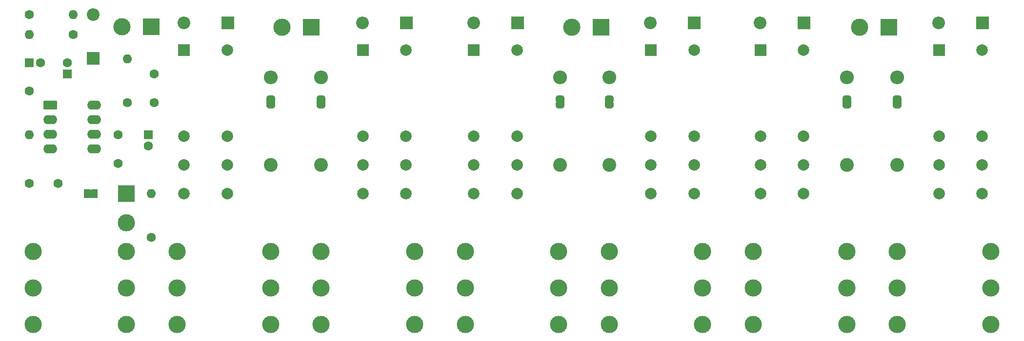
<source format=gts>
%TF.GenerationSoftware,KiCad,Pcbnew,9.0.0+dfsg-1*%
%TF.CreationDate,2025-03-12T14:18:27+01:00*%
%TF.ProjectId,relays-array-6,72656c61-7973-42d6-9172-7261792d362e,1.0*%
%TF.SameCoordinates,Original*%
%TF.FileFunction,Soldermask,Top*%
%TF.FilePolarity,Negative*%
%FSLAX46Y46*%
G04 Gerber Fmt 4.6, Leading zero omitted, Abs format (unit mm)*
G04 Created by KiCad (PCBNEW 9.0.0+dfsg-1) date 2025-03-12 14:18:27*
%MOMM*%
%LPD*%
G01*
G04 APERTURE LIST*
G04 Aperture macros list*
%AMRoundRect*
0 Rectangle with rounded corners*
0 $1 Rounding radius*
0 $2 $3 $4 $5 $6 $7 $8 $9 X,Y pos of 4 corners*
0 Add a 4 corners polygon primitive as box body*
4,1,4,$2,$3,$4,$5,$6,$7,$8,$9,$2,$3,0*
0 Add four circle primitives for the rounded corners*
1,1,$1+$1,$2,$3*
1,1,$1+$1,$4,$5*
1,1,$1+$1,$6,$7*
1,1,$1+$1,$8,$9*
0 Add four rect primitives between the rounded corners*
20,1,$1+$1,$2,$3,$4,$5,0*
20,1,$1+$1,$4,$5,$6,$7,0*
20,1,$1+$1,$6,$7,$8,$9,0*
20,1,$1+$1,$8,$9,$2,$3,0*%
%AMFreePoly0*
4,1,23,0.500000,-0.750000,0.000000,-0.750000,0.000000,-0.745722,-0.065263,-0.745722,-0.191342,-0.711940,-0.304381,-0.646677,-0.396677,-0.554381,-0.461940,-0.441342,-0.495722,-0.315263,-0.495722,-0.250000,-0.500000,-0.250000,-0.500000,0.250000,-0.495722,0.250000,-0.495722,0.315263,-0.461940,0.441342,-0.396677,0.554381,-0.304381,0.646677,-0.191342,0.711940,-0.065263,0.745722,0.000000,0.745722,
0.000000,0.750000,0.500000,0.750000,0.500000,-0.750000,0.500000,-0.750000,$1*%
%AMFreePoly1*
4,1,23,0.000000,0.745722,0.065263,0.745722,0.191342,0.711940,0.304381,0.646677,0.396677,0.554381,0.461940,0.441342,0.495722,0.315263,0.495722,0.250000,0.500000,0.250000,0.500000,-0.250000,0.495722,-0.250000,0.495722,-0.315263,0.461940,-0.441342,0.396677,-0.554381,0.304381,-0.646677,0.191342,-0.711940,0.065263,-0.745722,0.000000,-0.745722,0.000000,-0.750000,-0.500000,-0.750000,
-0.500000,0.750000,0.000000,0.750000,0.000000,0.745722,0.000000,0.745722,$1*%
G04 Aperture macros list end*
%ADD10C,2.000000*%
%ADD11R,2.000000X2.000000*%
%ADD12C,2.400000*%
%ADD13O,2.400000X2.400000*%
%ADD14R,2.200000X2.200000*%
%ADD15O,2.200000X2.200000*%
%ADD16C,1.600000*%
%ADD17O,1.600000X1.600000*%
%ADD18R,3.000000X3.000000*%
%ADD19C,3.000000*%
%ADD20R,1.600000X1.600000*%
%ADD21FreePoly0,270.000000*%
%ADD22FreePoly1,270.000000*%
%ADD23RoundRect,0.250000X-0.950000X-0.550000X0.950000X-0.550000X0.950000X0.550000X-0.950000X0.550000X0*%
%ADD24O,2.400000X1.600000*%
%ADD25R,1.000000X1.500000*%
G04 APERTURE END LIST*
%TO.C,JP5*%
G36*
X139500000Y-83850000D02*
G01*
X138000000Y-83850000D01*
X138000000Y-84150000D01*
X139500000Y-84150000D01*
X139500000Y-83850000D01*
G37*
%TO.C,JP7*%
G36*
X180750000Y-83850000D02*
G01*
X179250000Y-83850000D01*
X179250000Y-84150000D01*
X180750000Y-84150000D01*
X180750000Y-83850000D01*
G37*
%TO.C,JP6*%
G36*
X189500000Y-83850000D02*
G01*
X188000000Y-83850000D01*
X188000000Y-84150000D01*
X189500000Y-84150000D01*
X189500000Y-83850000D01*
G37*
%TO.C,JP3*%
G36*
X80750000Y-83850000D02*
G01*
X79250000Y-83850000D01*
X79250000Y-84150000D01*
X80750000Y-84150000D01*
X80750000Y-83850000D01*
G37*
%TO.C,JP4*%
G36*
X131020000Y-83850000D02*
G01*
X129520000Y-83850000D01*
X129520000Y-84150000D01*
X131020000Y-84150000D01*
X131020000Y-83850000D01*
G37*
%TO.C,JPX1*%
G36*
X48950000Y-100750000D02*
G01*
X48650000Y-100750000D01*
X48650000Y-99250000D01*
X48950000Y-99250000D01*
X48950000Y-100750000D01*
G37*
%TO.C,JP2*%
G36*
X89500000Y-83850000D02*
G01*
X88000000Y-83850000D01*
X88000000Y-84150000D01*
X89500000Y-84150000D01*
X89500000Y-83850000D01*
G37*
%TD*%
D10*
%TO.C,K6*%
X196000000Y-95000000D03*
X196000000Y-90000000D03*
X196000000Y-100000000D03*
X203500000Y-95000000D03*
X203500000Y-90000000D03*
X203500000Y-100000000D03*
D11*
X196000000Y-75000000D03*
D10*
X203500000Y-75000000D03*
%TD*%
%TO.C,K3*%
X115270000Y-95000000D03*
X115270000Y-90000000D03*
X115270000Y-100000000D03*
X122770000Y-95000000D03*
X122770000Y-90000000D03*
X122770000Y-100000000D03*
D11*
X115270000Y-75000000D03*
D10*
X122770000Y-75000000D03*
%TD*%
D12*
%TO.C,R3*%
X130270000Y-95000000D03*
D13*
X130270000Y-79760000D03*
%TD*%
D12*
%TO.C,R4*%
X138750000Y-95000000D03*
D13*
X138750000Y-79760000D03*
%TD*%
D14*
%TO.C,D2*%
X103560000Y-70250000D03*
D15*
X95940000Y-70250000D03*
%TD*%
D16*
%TO.C,C2*%
X38100000Y-98200000D03*
X43100000Y-98200000D03*
%TD*%
%TO.C,R13*%
X55100000Y-84100000D03*
D17*
X55100000Y-76480000D03*
%TD*%
D14*
%TO.C,D6*%
X203560000Y-70250000D03*
D15*
X195940000Y-70250000D03*
%TD*%
D18*
%TO.C,J9*%
X187290000Y-71000000D03*
D19*
X182210000Y-71000000D03*
%TD*%
D20*
%TO.C,C8*%
X58800000Y-89700000D03*
D16*
X58800000Y-91700000D03*
%TD*%
D14*
%TO.C,D3*%
X122830000Y-70250000D03*
D15*
X115210000Y-70250000D03*
%TD*%
D10*
%TO.C,K4*%
X146000000Y-95000000D03*
X146000000Y-90000000D03*
X146000000Y-100000000D03*
X153500000Y-95000000D03*
X153500000Y-90000000D03*
X153500000Y-100000000D03*
D11*
X146000000Y-75000000D03*
D10*
X153500000Y-75000000D03*
%TD*%
D19*
%TO.C,J4*%
X130000000Y-116350000D03*
X113770000Y-116350000D03*
X130000000Y-122700000D03*
X113770000Y-122700000D03*
X130000000Y-110000000D03*
X113770000Y-110000000D03*
%TD*%
D12*
%TO.C,R5*%
X180000000Y-95000000D03*
D13*
X180000000Y-79760000D03*
%TD*%
D19*
%TO.C,J2*%
X105000000Y-116350000D03*
X88770000Y-116350000D03*
X105000000Y-122700000D03*
X88770000Y-122700000D03*
X105000000Y-110000000D03*
X88770000Y-110000000D03*
%TD*%
D20*
%TO.C,C10*%
X38100000Y-77200000D03*
D16*
X40100000Y-77200000D03*
%TD*%
D14*
%TO.C,D9*%
X49200000Y-76410000D03*
D15*
X49200000Y-68790000D03*
%TD*%
D14*
%TO.C,D4*%
X153560000Y-70250000D03*
D15*
X145940000Y-70250000D03*
%TD*%
D19*
%TO.C,J14*%
X55000000Y-116350000D03*
X38770000Y-116350000D03*
X55000000Y-122700000D03*
X38770000Y-122700000D03*
X55000000Y-110000000D03*
X38770000Y-110000000D03*
%TD*%
D12*
%TO.C,R2*%
X88750000Y-95000000D03*
D13*
X88750000Y-79760000D03*
%TD*%
D19*
%TO.C,J8*%
X205000000Y-116350000D03*
X188770000Y-116350000D03*
X205000000Y-122700000D03*
X188770000Y-122700000D03*
X205000000Y-110000000D03*
X188770000Y-110000000D03*
%TD*%
D10*
%TO.C,K1*%
X65000000Y-95000000D03*
X65000000Y-90000000D03*
X65000000Y-100000000D03*
X72500000Y-95000000D03*
X72500000Y-90000000D03*
X72500000Y-100000000D03*
D11*
X65000000Y-75000000D03*
D10*
X72500000Y-75000000D03*
%TD*%
D14*
%TO.C,D1*%
X72560000Y-70250000D03*
D15*
X64940000Y-70250000D03*
%TD*%
D16*
%TO.C,R16*%
X38100000Y-82080000D03*
D17*
X38100000Y-89700000D03*
%TD*%
D19*
%TO.C,J1*%
X80000000Y-116350000D03*
X63770000Y-116350000D03*
X80000000Y-122700000D03*
X63770000Y-122700000D03*
X80000000Y-110000000D03*
X63770000Y-110000000D03*
%TD*%
D14*
%TO.C,D5*%
X172560000Y-70250000D03*
D15*
X164940000Y-70250000D03*
%TD*%
D21*
%TO.C,JP5*%
X138750000Y-83350000D03*
D22*
X138750000Y-84650000D03*
%TD*%
D10*
%TO.C,K2*%
X96000000Y-95000000D03*
X96000000Y-90000000D03*
X96000000Y-100000000D03*
X103500000Y-95000000D03*
X103500000Y-90000000D03*
X103500000Y-100000000D03*
D11*
X96000000Y-75000000D03*
D10*
X103500000Y-75000000D03*
%TD*%
D16*
%TO.C,R9*%
X59300000Y-107600000D03*
D17*
X59300000Y-99980000D03*
%TD*%
D21*
%TO.C,JP7*%
X180000000Y-83350000D03*
D22*
X180000000Y-84650000D03*
%TD*%
D16*
%TO.C,C1*%
X53500000Y-94700000D03*
X53500000Y-89700000D03*
%TD*%
D12*
%TO.C,R1*%
X80000000Y-95000000D03*
D13*
X80000000Y-79760000D03*
%TD*%
D21*
%TO.C,JP6*%
X188750000Y-83350000D03*
D22*
X188750000Y-84650000D03*
%TD*%
D18*
%TO.C,J6*%
X137330000Y-71000000D03*
D19*
X132250000Y-71000000D03*
%TD*%
D21*
%TO.C,JP3*%
X80000000Y-83350000D03*
D22*
X80000000Y-84650000D03*
%TD*%
D16*
%TO.C,R15*%
X38080000Y-68800000D03*
D17*
X45700000Y-68800000D03*
%TD*%
D18*
%TO.C,J3*%
X87040000Y-71000000D03*
D19*
X81960000Y-71000000D03*
%TD*%
D12*
%TO.C,R6*%
X188750000Y-95000000D03*
D13*
X188750000Y-79760000D03*
%TD*%
D23*
%TO.C,U1*%
X41790000Y-84590000D03*
D24*
X41790000Y-87130000D03*
X41790000Y-89670000D03*
X41790000Y-92210000D03*
X49410000Y-92210000D03*
X49410000Y-89670000D03*
X49410000Y-87130000D03*
X49410000Y-84590000D03*
%TD*%
D19*
%TO.C,J7*%
X180000000Y-116350000D03*
X163770000Y-116350000D03*
X180000000Y-122700000D03*
X163770000Y-122700000D03*
X180000000Y-110000000D03*
X163770000Y-110000000D03*
%TD*%
%TO.C,J5*%
X155000000Y-116350000D03*
X138770000Y-116350000D03*
X155000000Y-122700000D03*
X138770000Y-122700000D03*
X155000000Y-110000000D03*
X138770000Y-110000000D03*
%TD*%
D21*
%TO.C,JP4*%
X130270000Y-83350000D03*
D22*
X130270000Y-84650000D03*
%TD*%
D18*
%TO.C,J15*%
X55000000Y-100000000D03*
D19*
X55000000Y-105080000D03*
%TD*%
D16*
%TO.C,R14*%
X45700000Y-72300000D03*
D17*
X38080000Y-72300000D03*
%TD*%
D10*
%TO.C,K5*%
X165000000Y-95000000D03*
X165000000Y-90000000D03*
X165000000Y-100000000D03*
X172500000Y-95000000D03*
X172500000Y-90000000D03*
X172500000Y-100000000D03*
D11*
X165000000Y-75000000D03*
D10*
X172500000Y-75000000D03*
%TD*%
D20*
%TO.C,C7*%
X44700000Y-79155113D03*
D16*
X44700000Y-77155113D03*
%TD*%
%TO.C,C3*%
X59800000Y-84100000D03*
X59800000Y-79100000D03*
%TD*%
D25*
%TO.C,JPX1*%
X49450000Y-100000000D03*
X48150000Y-100000000D03*
%TD*%
D18*
%TO.C,J10*%
X59280000Y-70900000D03*
D19*
X54200000Y-70900000D03*
%TD*%
D21*
%TO.C,JP2*%
X88750000Y-83350000D03*
D22*
X88750000Y-84650000D03*
%TD*%
M02*

</source>
